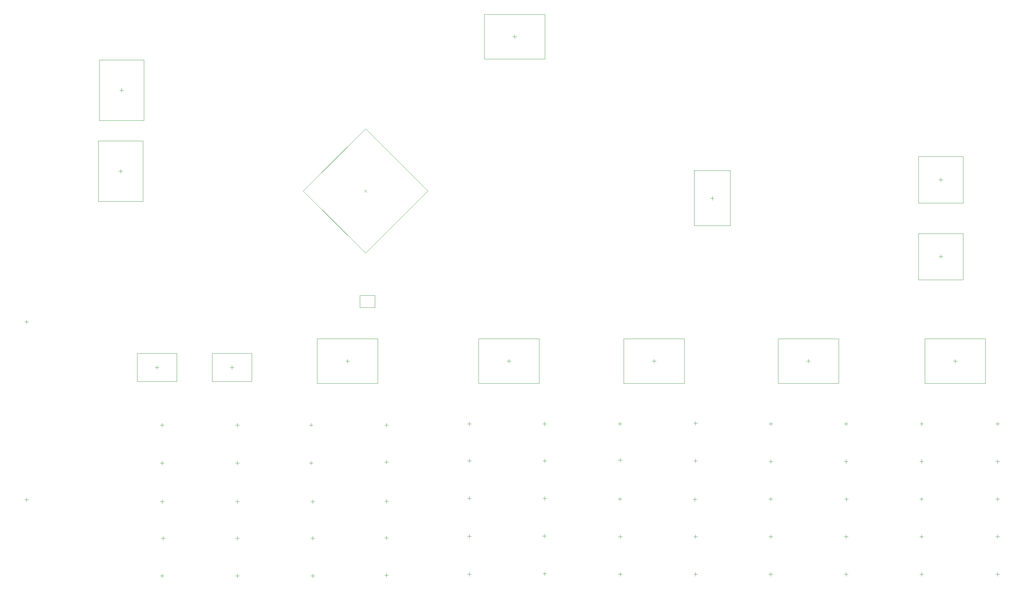
<source format=gbr>
%TF.GenerationSoftware,Altium Limited,Altium Designer,18.0.11 (651)*%
G04 Layer_Color=32768*
%FSLAX26Y26*%
%MOIN*%
%TF.FileFunction,Other,Mechanical_15*%
%TF.Part,Single*%
G01*
G75*
%TA.AperFunction,NonConductor*%
%ADD152C,0.003937*%
%ADD153C,0.002000*%
%ADD154C,0.001968*%
D152*
X7933071Y5307087D02*
X7972441D01*
X7952756Y5287402D02*
Y5326772D01*
X5868110Y6997047D02*
X5907480D01*
X5887795Y6977362D02*
Y7016732D01*
X10119685Y1371653D02*
X10159055D01*
X10139370Y1351968D02*
Y1391338D01*
X10119685Y1765354D02*
X10159055D01*
X10139370Y1745669D02*
Y1785039D01*
X10119685Y2159055D02*
X10159055D01*
X10139370Y2139370D02*
Y2178740D01*
X10119685Y2552756D02*
X10159055D01*
X10139370Y2533071D02*
Y2572441D01*
X10119685Y2946456D02*
X10159055D01*
X10139370Y2926771D02*
Y2966142D01*
X8544882Y1371653D02*
X8584252D01*
X8564567Y1351968D02*
Y1391339D01*
X8544882Y1765354D02*
X8584252D01*
X8564567Y1745669D02*
Y1785039D01*
X8544882Y2159055D02*
X8584252D01*
X8564567Y2139370D02*
Y2178740D01*
X8544882Y2552756D02*
X8584252D01*
X8564567Y2533071D02*
Y2572441D01*
X6970079Y1371653D02*
X7009449D01*
X6989764Y1351968D02*
Y1391338D01*
X6970079Y1765354D02*
X7009449D01*
X6989764Y1745669D02*
Y1785039D01*
X6968504Y2159055D02*
X7007874D01*
X6988189Y2139370D02*
Y2178740D01*
X6970079Y2564961D02*
X7009449D01*
X6989764Y2545276D02*
Y2584646D01*
X6968504Y2946456D02*
X7007874D01*
X6988189Y2926771D02*
Y2966142D01*
X5395275Y1371653D02*
X5434646D01*
X5414961Y1351968D02*
Y1391338D01*
X5395275Y1768504D02*
X5434646D01*
X5414961Y1748819D02*
Y1788189D01*
X5393701Y2165354D02*
X5433071D01*
X5413386Y2145669D02*
Y2185039D01*
X5395275Y2559055D02*
X5434646D01*
X5414961Y2539370D02*
Y2578740D01*
X5395275Y2946456D02*
X5434646D01*
X5414961Y2926771D02*
Y2966142D01*
X4529528Y1362599D02*
X4568898D01*
X4549213Y1342914D02*
Y1382284D01*
X4529528Y1751575D02*
X4568898D01*
X4549213Y1731890D02*
Y1771260D01*
X4529528Y2137008D02*
X4568898D01*
X4549213Y2117323D02*
Y2156693D01*
X4529528Y2545351D02*
X4568898D01*
X4549213Y2525666D02*
Y2565036D01*
X3758186Y1356299D02*
X3797556D01*
X3777871Y1336614D02*
Y1375984D01*
X3758186Y1750000D02*
X3797556D01*
X3777871Y1730315D02*
Y1769685D01*
X3758186Y2133859D02*
X3797556D01*
X3777871Y2114174D02*
Y2153544D01*
X3740946Y2537402D02*
X3780316D01*
X3760631Y2517716D02*
Y2557087D01*
X3742127Y2934252D02*
X3781497D01*
X3761812Y2914567D02*
Y2953937D01*
X767717Y4014173D02*
X807087D01*
X787402Y3994488D02*
Y4033858D01*
X4529528Y2934252D02*
X4568898D01*
X4549213Y2914567D02*
Y2953937D01*
X10320868Y4695276D02*
X10360238D01*
X10340553Y4675591D02*
Y4714961D01*
X10320868Y5499016D02*
X10360238D01*
X10340553Y5479331D02*
Y5518701D01*
X2149606Y3515748D02*
Y3555118D01*
X2129921Y3535433D02*
X2169291D01*
X2935040Y3515748D02*
Y3555118D01*
X2915355Y3535433D02*
X2954725D01*
X1771653Y5570866D02*
Y5610236D01*
X1751968Y5590551D02*
X1791339D01*
X1781496Y6415945D02*
Y6455315D01*
X1761811Y6435630D02*
X1801181D01*
X7325197Y3602362D02*
X7364567D01*
X7344882Y3582677D02*
Y3622047D01*
X5807087Y3602362D02*
X5846457D01*
X5826772Y3582677D02*
Y3622047D01*
X10472441Y3602362D02*
X10511811D01*
X10492126Y3582677D02*
Y3622047D01*
X8937008Y3602362D02*
X8976378D01*
X8956693Y3582677D02*
Y3622047D01*
X4122369Y3602362D02*
X4161739D01*
X4142054Y3582677D02*
Y3622047D01*
X7777165Y2933071D02*
Y2972441D01*
X7757480Y2952756D02*
X7796850D01*
X7777165Y2539370D02*
Y2578740D01*
X7757480Y2559055D02*
X7796850D01*
X7772366Y2135827D02*
Y2175197D01*
X7752681Y2155512D02*
X7792051D01*
X7777165Y1745669D02*
Y1785039D01*
X7757480Y1765354D02*
X7796850D01*
X7777165Y1351968D02*
Y1391339D01*
X7757480Y1371653D02*
X7796850D01*
X6200787Y2926771D02*
Y2966142D01*
X6181102Y2946456D02*
X6220472D01*
X6202362Y2539370D02*
Y2578740D01*
X6182677Y2559055D02*
X6222047D01*
X6202362Y2145669D02*
Y2185039D01*
X6182677Y2165354D02*
X6222047D01*
X6197562Y1751968D02*
Y1791339D01*
X6177877Y1771654D02*
X6217247D01*
X6202362Y1358268D02*
Y1397638D01*
X6182677Y1377953D02*
X6222047D01*
X10935039Y2926771D02*
Y2966142D01*
X10915354Y2946456D02*
X10954724D01*
X10935039Y2533071D02*
Y2572441D01*
X10915354Y2552756D02*
X10954724D01*
X10935039Y2139370D02*
Y2178740D01*
X10915354Y2159055D02*
X10954724D01*
X10935039Y1745669D02*
Y1785039D01*
X10915354Y1765354D02*
X10954724D01*
X10935039Y1351968D02*
Y1391339D01*
X10915354Y1371653D02*
X10954724D01*
X9351969Y2926771D02*
Y2966142D01*
X9332283Y2946456D02*
X9371654D01*
X9351969Y2533071D02*
Y2572441D01*
X9332283Y2552756D02*
X9371654D01*
X9355118Y2139370D02*
Y2178740D01*
X9335433Y2159055D02*
X9374803D01*
X9351969Y1745669D02*
Y1785039D01*
X9332283Y1765354D02*
X9371654D01*
X9351969Y1351968D02*
Y1391339D01*
X9332283Y1371653D02*
X9371654D01*
X8564567Y2926771D02*
Y2966142D01*
X8544882Y2946456D02*
X8584252D01*
X767717Y2152363D02*
X807087D01*
X787402Y2132677D02*
Y2172048D01*
X2992126Y2913386D02*
Y2952756D01*
X2972441Y2933071D02*
X3011811D01*
X2992126Y2516535D02*
Y2555905D01*
X2972441Y2536220D02*
X3011811D01*
X2992126Y2112992D02*
Y2152363D01*
X2972441Y2132677D02*
X3011811D01*
X2992126Y1729134D02*
Y1768504D01*
X2972441Y1748819D02*
X3011811D01*
X2992126Y1335433D02*
Y1374803D01*
X2972441Y1355118D02*
X3011811D01*
X2204724Y2913386D02*
Y2952756D01*
X2185039Y2933071D02*
X2224409D01*
X2204724Y2516535D02*
Y2555905D01*
X2185039Y2536220D02*
X2224409D01*
X2204724Y2112992D02*
Y2152363D01*
X2185039Y2132677D02*
X2224409D01*
X2213469Y1729134D02*
Y1768504D01*
X2193784Y1748819D02*
X2233154D01*
X2204724Y1335433D02*
Y1374803D01*
X2185039Y1355118D02*
X2224409D01*
X4316789Y5396596D02*
X4344628Y5368758D01*
X4316789D02*
X4344628Y5396596D01*
D153*
X4271274Y4161770D02*
X4427274D01*
X4271274D02*
Y4287770D01*
X4427274D01*
Y4161770D02*
Y4287770D01*
D154*
X8139764Y5019685D02*
Y5594488D01*
X7765748Y5019685D02*
Y5594488D01*
Y5019685D02*
X8139764D01*
X7765748Y5594488D02*
X8139764D01*
X6204724Y6763779D02*
Y7230315D01*
X5570866Y6763779D02*
Y7230315D01*
X6204724D01*
X5570866Y6763779D02*
X6204724D01*
X10107285Y4453150D02*
Y4937402D01*
X10573820Y4453150D02*
Y4937402D01*
X10107285D02*
X10573820D01*
X10107285Y4453150D02*
X10573820D01*
X10107285Y5256890D02*
Y5741142D01*
X10573821Y5256890D02*
Y5741142D01*
X10107285D02*
X10573821D01*
X10107285Y5256890D02*
X10573821D01*
X1942913Y3681102D02*
X2356299D01*
X1942913Y3389764D02*
X2356299D01*
Y3681102D01*
X1942913Y3389764D02*
Y3681102D01*
X2728347D02*
X3141733D01*
X2728347Y3389764D02*
X3141733D01*
Y3681102D01*
X2728347Y3389764D02*
Y3681102D01*
X1538386Y5273622D02*
X2004921D01*
X1538386Y5907480D02*
X2004921D01*
Y5273622D02*
Y5907480D01*
X1538386Y5273622D02*
Y5907480D01*
X1548228Y6752559D02*
X2014764D01*
X1548228Y6118701D02*
X2014764D01*
X1548228D02*
Y6752559D01*
X2014764Y6118701D02*
Y6752559D01*
X7027953Y3369095D02*
Y3835630D01*
X7661811Y3369095D02*
Y3835630D01*
X7027953Y3369095D02*
X7661811D01*
X7027953Y3835630D02*
X7661811D01*
X5509843Y3369095D02*
Y3835630D01*
X6143701Y3369095D02*
Y3835630D01*
X5509843Y3369095D02*
X6143701D01*
X5509843Y3835630D02*
X6143701D01*
X10175197Y3369095D02*
Y3835630D01*
X10809055Y3369095D02*
Y3835630D01*
X10175197Y3369095D02*
X10809055D01*
X10175197Y3835630D02*
X10809055D01*
X8639764Y3369095D02*
Y3835630D01*
X9273622Y3369095D02*
Y3835630D01*
X8639764Y3369095D02*
X9273622D01*
X8639764Y3835630D02*
X9273622D01*
X3825125Y3369095D02*
Y3835630D01*
X4458984Y3369095D02*
Y3835630D01*
X3825125Y3369095D02*
X4458984D01*
X3825125Y3835630D02*
X4458984D01*
X4330709Y4731248D02*
X4982138Y5382677D01*
X3679280Y5382677D02*
X4330709Y6034106D01*
X4982138Y5382677D01*
X3679280Y5382677D02*
X4330709Y4731248D01*
%TF.MD5,e586781b02854bfe6ce7fb6043d1fad9*%
M02*

</source>
